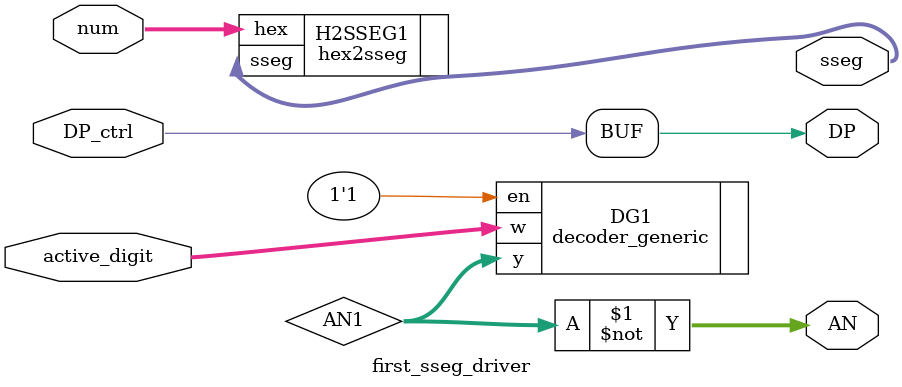
<source format=v>
`timescale 1ns / 1ps


module first_sseg_driver(
    input [2:0] active_digit,
    input [3:0] num,
    input DP_ctrl,
    output [6:0] sseg,
    output [0:7] AN,
    output DP
    );
    
    wire [0:7] AN1; 
 
    assign DP = DP_ctrl;
    
    decoder_generic DG1(
        .w(active_digit),
        .en(1'b1),
        .y(AN1)
    );
    assign AN = ~AN1; 
    
    hex2sseg H2SSEG1(
        .hex(num),
        .sseg(sseg)
    );
endmodule

</source>
